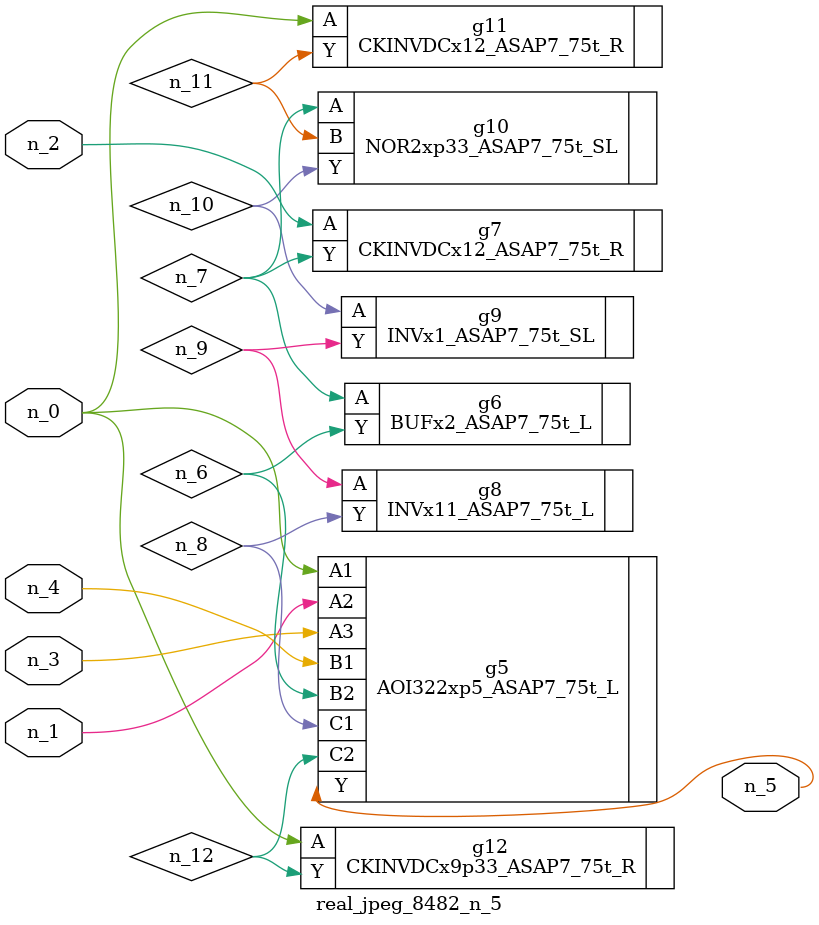
<source format=v>
module real_jpeg_8482_n_5 (n_4, n_0, n_1, n_2, n_3, n_5);

input n_4;
input n_0;
input n_1;
input n_2;
input n_3;

output n_5;

wire n_12;
wire n_8;
wire n_11;
wire n_6;
wire n_7;
wire n_10;
wire n_9;

AOI322xp5_ASAP7_75t_L g5 ( 
.A1(n_0),
.A2(n_1),
.A3(n_3),
.B1(n_4),
.B2(n_6),
.C1(n_8),
.C2(n_12),
.Y(n_5)
);

CKINVDCx12_ASAP7_75t_R g11 ( 
.A(n_0),
.Y(n_11)
);

CKINVDCx9p33_ASAP7_75t_R g12 ( 
.A(n_0),
.Y(n_12)
);

CKINVDCx12_ASAP7_75t_R g7 ( 
.A(n_2),
.Y(n_7)
);

BUFx2_ASAP7_75t_L g6 ( 
.A(n_7),
.Y(n_6)
);

NOR2xp33_ASAP7_75t_SL g10 ( 
.A(n_7),
.B(n_11),
.Y(n_10)
);

INVx11_ASAP7_75t_L g8 ( 
.A(n_9),
.Y(n_8)
);

INVx1_ASAP7_75t_SL g9 ( 
.A(n_10),
.Y(n_9)
);


endmodule
</source>
